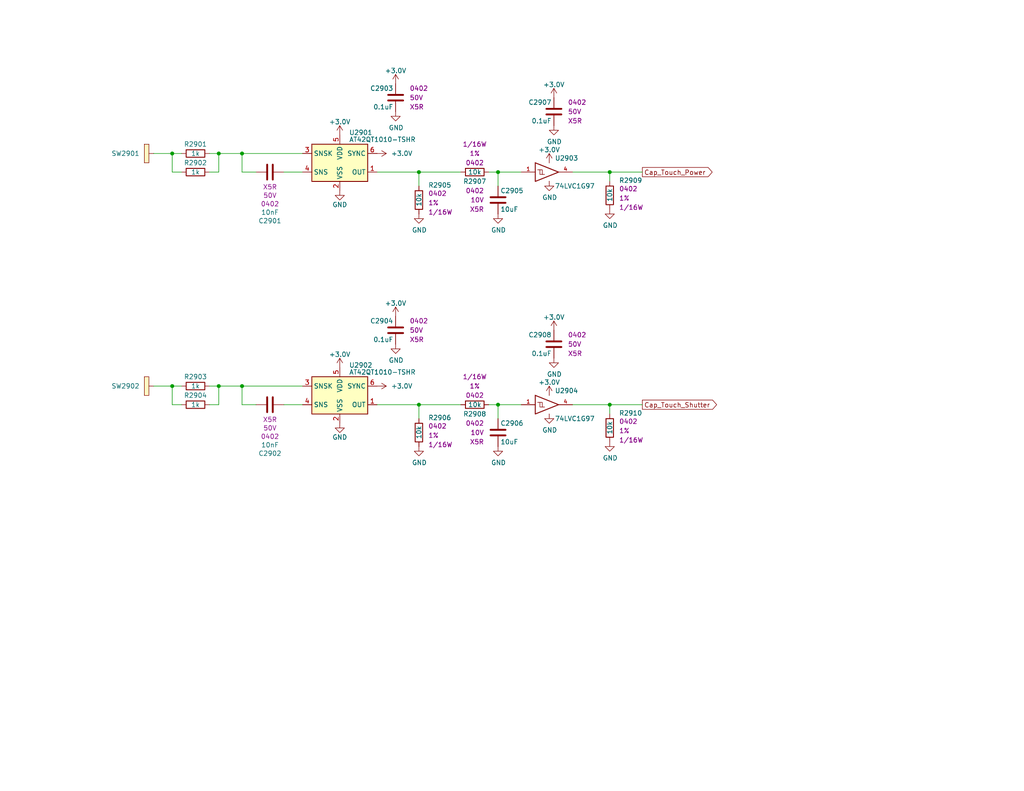
<source format=kicad_sch>
(kicad_sch (version 20231120) (generator "eeschema") (generator_version "8.0")
  (paper "A")
  (title_block (title "Thermal Camera") (date "2024-05-24") (rev "PRELIM") (company "Drew Maatman and Michael Laffin"))
  (lib_symbols
    (symbol "Custom Library:+3.0V" (power) (pin_names (offset 0))
      (property "Value" "+3.0V" (at 0 3.556 0))
      (symbol "+3.0V_0_1"
        (polyline (pts (xy -0.762 1.27) (xy 0 2.54)))
        (polyline (pts (xy 0 0) (xy 0 2.54)))
        (polyline (pts (xy 0 2.54) (xy 0.762 1.27)))
      )
      (symbol "+3.0V_1_1"
        (pin power_in line (at 0 0 90) (length 0) hide (name "+3.0V") (number "1"))
      )
    )
    (symbol "Custom Library:74LVC1G97_Power_BUF" (pin_names (offset 1.016) hide)
      (property "Reference" "U" (at 1.524 3.81 0))
      (property "Value" "74LVC1G97_Power_BUF" (at 1.524 -3.81 0))
      (symbol "74LVC1G97_Power_BUF_1_1"
        (polyline (pts (xy -2.54 0.635) (xy -1.905 0.635) (xy -1.905 -0.635)))
        (polyline (pts (xy -3.81 2.54) (xy -3.81 -2.54) (xy 2.54 0) (xy -3.81 2.54)) (stroke (width 0.254)))
        (polyline (pts (xy -3.175 0.635) (xy -2.54 0.635) (xy -2.54 -0.635) (xy -1.27 -0.635)))
        (pin input line (at -7.62 0 0) (length 3.81) (name "~") (number "1"))
        (pin power_in line (at 0 -2.54 270) (length 0) (name "GND") (number "2"))
        (pin power_in line (at 0 -2.54 270) (length 0) (name "GND") (number "3"))
        (pin output line (at 6.35 0 180) (length 3.81) (name "~") (number "4"))
        (pin power_in line (at 0 2.54 90) (length 0) (name "VCC") (number "5"))
        (pin power_in line (at 0 -2.54 270) (length 0) (name "GND") (number "6"))
      )
    )
    (symbol "Custom_Library:C_Custom" (pin_numbers hide) (pin_names (offset 0.254))
      (property "Reference" "C" (at 0.635 2.54 0))
      (property "Value" "C_Custom" (at 0.635 -2.54 0))
      (property "display_footprint" "Foot" (at -3.81 2.54 0))
      (property "Voltage" "V" (at -3.81 0 0))
      (property "Dielectric" "Er" (at -3.81 -2.54 0))
      (symbol "C_Custom_0_1"
        (polyline (pts (xy -2.032 -0.762) (xy 2.032 -0.762)) (stroke (width 0.508)))
        (polyline (pts (xy -2.032 0.762) (xy 2.032 0.762)) (stroke (width 0.508)))
      )
      (symbol "C_Custom_1_1"
        (pin passive line (at 0 3.81 270) (length 2.794) (name "~") (number "1"))
        (pin passive line (at 0 -3.81 90) (length 2.794) (name "~") (number "2"))
      )
    )
    (symbol "Custom_Library:Cap_Touch" (pin_numbers hide) (pin_names (offset 0) hide)
      (property "Reference" "SW" (at 0 3.81 0))
      (symbol "Cap_Touch_0_1"
        (rectangle (start -2.54 1.27) (end 2.54 2.54) (fill (type background)))
        (polyline (pts (xy 0 0) (xy 0 1.27)))
      )
      (symbol "Cap_Touch_1_1"
        (pin passive line (at 0 0 90) (length 0) (name "TP") (number "1"))
      )
    )
    (symbol "Custom_Library:R_Custom" (pin_numbers hide) (pin_names (offset 1.016) hide)
      (property "Reference" "R" (at -2.54 0 90))
      (property "Value" "R_Custom" (at 0 0 90))
      (property "display_footprint" "Foot" (at 2.54 0 90))
      (property "Tolerance" "Tol" (at 5.08 0 90))
      (property "Wattage" "W" (at 7.62 0 90))
      (symbol "R_Custom_0_1"
        (rectangle (start 1.016 2.54) (end -1.016 -2.54) (stroke (width 0.254)))
      )
      (symbol "R_Custom_1_1"
        (pin passive line (at 0 3.81 270) (length 1.27) (name "1") (number "1"))
        (pin passive line (at 0 -3.81 90) (length 1.27) (name "2") (number "2"))
      )
    )
    (symbol "Sensor_Touch:AT42QT1010-TSHR"
      (property "Reference" "U" (at -2.54 8.255 0))
      (property "Value" "AT42QT1010-TSHR" (at -2.54 6.35 0))
      (symbol "AT42QT1010-TSHR_0_1"
        (rectangle (start -7.62 5.08) (end 7.62 -5.08) (stroke (width 0.254)) (fill (type background)))
      )
      (symbol "AT42QT1010-TSHR_1_1"
        (pin output line (at -10.16 -2.54 0) (length 2.54) (name "OUT") (number "1"))
        (pin power_in line (at 0 -7.62 90) (length 2.54) (name "VSS") (number "2"))
        (pin passive line (at 10.16 2.54 180) (length 2.54) (name "SNSK") (number "3"))
        (pin passive line (at 10.16 -2.54 180) (length 2.54) (name "SNS") (number "4"))
        (pin power_in line (at 0 7.62 270) (length 2.54) (name "VDD") (number "5"))
        (pin input line (at -10.16 2.54 0) (length 2.54) (name "SYNC") (number "6"))
      )
    )
    (symbol "power:GND" (power) (pin_names (offset 0))
      (property "Value" "GND" (at 0 -3.81 0))
      (symbol "GND_0_1"
        (polyline (pts (xy 0 0) (xy 0 -1.27) (xy 1.27 -1.27) (xy 0 -2.54) (xy -1.27 -1.27) (xy 0 -1.27)))
      )
      (symbol "GND_1_1"
        (pin power_in line (at 0 0 270) (length 0) hide (name "GND") (number "1"))
      )
    )
  )
  (junction (at 135.89 110.49))
  (junction (at 114.3 46.99))
  (junction (at 114.3 110.49))
  (junction (at 135.89 46.99))
  (junction (at 66.04 105.41))
  (junction (at 59.69 105.41))
  (junction (at 66.04 41.91))
  (junction (at 59.69 41.91))
  (junction (at 46.99 105.41))
  (junction (at 166.37 110.49))
  (junction (at 46.99 41.91))
  (junction (at 166.37 46.99))
  (wire (pts (xy 46.99 105.41) (xy 46.99 110.49)))
  (wire (pts (xy 135.89 50.8) (xy 135.89 46.99)))
  (wire (pts (xy 69.85 46.99) (xy 66.04 46.99)))
  (wire (pts (xy 166.37 110.49) (xy 156.21 110.49)))
  (wire (pts (xy 166.37 113.03) (xy 166.37 110.49)))
  (wire (pts (xy 166.37 110.49) (xy 175.26 110.49)))
  (wire (pts (xy 59.69 41.91) (xy 66.04 41.91)))
  (wire (pts (xy 66.04 46.99) (xy 66.04 41.91)))
  (wire (pts (xy 46.99 41.91) (xy 46.99 46.99)))
  (wire (pts (xy 41.91 105.41) (xy 46.99 105.41)))
  (wire (pts (xy 57.15 110.49) (xy 59.69 110.49)))
  (wire (pts (xy 114.3 46.99) (xy 102.87 46.99)))
  (wire (pts (xy 142.24 110.49) (xy 135.89 110.49)))
  (wire (pts (xy 46.99 105.41) (xy 49.53 105.41)))
  (wire (pts (xy 114.3 110.49) (xy 102.87 110.49)))
  (wire (pts (xy 69.85 110.49) (xy 66.04 110.49)))
  (wire (pts (xy 49.53 46.99) (xy 46.99 46.99)))
  (wire (pts (xy 57.15 105.41) (xy 59.69 105.41)))
  (wire (pts (xy 77.47 110.49) (xy 82.55 110.49)))
  (wire (pts (xy 114.3 50.8) (xy 114.3 46.99)))
  (wire (pts (xy 135.89 46.99) (xy 133.35 46.99)))
  (wire (pts (xy 77.47 46.99) (xy 82.55 46.99)))
  (wire (pts (xy 114.3 114.3) (xy 114.3 110.49)))
  (wire (pts (xy 59.69 105.41) (xy 66.04 105.41)))
  (wire (pts (xy 66.04 41.91) (xy 82.55 41.91)))
  (wire (pts (xy 166.37 46.99) (xy 175.26 46.99)))
  (wire (pts (xy 66.04 110.49) (xy 66.04 105.41)))
  (wire (pts (xy 142.24 46.99) (xy 135.89 46.99)))
  (wire (pts (xy 135.89 114.3) (xy 135.89 110.49)))
  (wire (pts (xy 135.89 110.49) (xy 133.35 110.49)))
  (wire (pts (xy 125.73 46.99) (xy 114.3 46.99)))
  (wire (pts (xy 59.69 41.91) (xy 59.69 46.99)))
  (wire (pts (xy 125.73 110.49) (xy 114.3 110.49)))
  (wire (pts (xy 59.69 105.41) (xy 59.69 110.49)))
  (wire (pts (xy 66.04 105.41) (xy 82.55 105.41)))
  (wire (pts (xy 46.99 41.91) (xy 49.53 41.91)))
  (wire (pts (xy 166.37 49.53) (xy 166.37 46.99)))
  (wire (pts (xy 41.91 41.91) (xy 46.99 41.91)))
  (wire (pts (xy 57.15 41.91) (xy 59.69 41.91)))
  (wire (pts (xy 57.15 46.99) (xy 59.69 46.99)))
  (wire (pts (xy 49.53 110.49) (xy 46.99 110.49)))
  (wire (pts (xy 166.37 46.99) (xy 156.21 46.99)))
  (global_label "Cap_Touch_Shutter" (shape output) (at 175.26 110.49 0) (property "Intersheetrefs" "${INTERSHEET_REFS}" (effects (hide yes))))
  (global_label "Cap_Touch_Power" (shape output) (at 175.26 46.99 0) (property "Intersheetrefs" "${INTERSHEET_REFS}" (effects (hide yes))))
  (symbol (lib_id "Custom Library:+3.0V") (at 151.13 26.67 0) (unit 1)
    (property "Reference" "#PWR02919" (effects (hide yes)))
    (property "Value" "+3.0V" (at 151.13 23.114 0))
  )
  (symbol (lib_id "Custom_Library:C_Custom") (at 135.89 54.61 0) (unit 1)
    (property "Reference" "C2905" (at 136.525 52.07 0) (effects (justify left)))
    (property "Value" "10uF" (at 136.525 57.15 0) (effects (justify left)))
    (property "Footprint" "Capacitors_SMD:C_0402" (effects (hide yes)))
    (property "Digi-Key PN" "490-GRM155R61A106ME11DCT-ND" (effects (hide yes)))
    (property "display_footprint" "0402" (at 132.08 52.07 0) (effects (justify right)))
    (property "Voltage" "10V" (at 132.08 54.61 0) (effects (justify right)))
    (property "Dielectric" "X5R" (at 132.08 57.15 0) (effects (justify right)))
  )
  (symbol (lib_id "Custom Library:+3.0V") (at 149.86 107.95 0) (unit 1)
    (property "Reference" "#PWR02917" (effects (hide yes)))
    (property "Value" "+3.0V" (at 149.86 104.394 0))
  )
  (symbol (lib_id "power:GND") (at 135.89 121.92 0) (unit 1)
    (property "Reference" "#PWR02914" (effects (hide yes)))
    (property "Value" "GND" (at 136.017 126.3142 0))
  )
  (symbol (lib_id "Sensor_Touch:AT42QT1010-TSHR") (at 92.71 44.45 0) (mirror y) (unit 1)
    (property "Reference" "U2901" (at 95.25 36.195 0) (effects (justify right)))
    (property "Value" "AT42QT1010-TSHR" (at 95.25 38.1 0) (effects (justify right)))
    (property "Footprint" "TO_SOT_Packages_SMD:SOT-23-6" (effects (hide yes)))
    (property "Datasheet" "http://ww1.microchip.com/downloads/en/DeviceDoc/Atmel-9541-AT42-QTouch-BSW-AT42QT1010_Datasheet.pdf" (effects (hide yes)))
    (property "Digi-Key PN" "AT42QT1010-TSHRCT-ND" (effects (hide yes)))
  )
  (symbol (lib_id "power:GND") (at 135.89 58.42 0) (unit 1)
    (property "Reference" "#PWR02913" (effects (hide yes)))
    (property "Value" "GND" (at 136.017 62.8142 0))
  )
  (symbol (lib_id "power:GND") (at 166.37 120.65 0) (unit 1)
    (property "Reference" "#PWR02924" (effects (hide yes)))
    (property "Value" "GND" (at 166.497 125.0442 0))
  )
  (symbol (lib_id "Custom_Library:C_Custom") (at 73.66 110.49 270) (mirror x) (unit 1)
    (property "Reference" "C2902" (at 73.66 123.7996 90))
    (property "Value" "10nF" (at 73.66 121.4882 90))
    (property "Footprint" "Capacitors_SMD:C_0402" (effects (hide yes)))
    (property "Digi-Key PN" "445-12201-1-ND" (effects (hide yes)))
    (property "display_footprint" "0402" (at 73.66 119.1768 90))
    (property "Voltage" "50V" (at 73.66 116.8654 90))
    (property "Dielectric" "X5R" (at 73.66 114.554 90))
  )
  (symbol (lib_id "Custom_Library:R_Custom") (at 53.34 110.49 90) (unit 1)
    (property "Reference" "R2904" (at 53.34 107.95 90))
    (property "Value" "1k" (at 53.34 110.49 90))
    (property "Footprint" "Resistors_SMD:R_0402" (effects (hide yes)))
    (property "display_footprint" "0402" (effects (hide yes)))
    (property "Tolerance" "1%" (effects (hide yes)))
    (property "Wattage" "1/16W" (effects (hide yes)))
  )
  (symbol (lib_id "Custom_Library:R_Custom") (at 53.34 105.41 90) (unit 1)
    (property "Reference" "R2903" (at 53.34 102.87 90))
    (property "Value" "1k" (at 53.34 105.41 90))
    (property "Footprint" "Resistors_SMD:R_0402" (effects (hide yes)))
    (property "display_footprint" "0402" (effects (hide yes)))
    (property "Tolerance" "1%" (effects (hide yes)))
    (property "Wattage" "1/16W" (effects (hide yes)))
  )
  (symbol (lib_id "Custom Library:+3.0V") (at 92.71 100.33 0) (unit 1)
    (property "Reference" "#PWR02903" (effects (hide yes)))
    (property "Value" "+3.0V" (at 92.71 96.774 0))
  )
  (symbol (lib_id "Sensor_Touch:AT42QT1010-TSHR") (at 92.71 107.95 0) (mirror y) (unit 1)
    (property "Reference" "U2902" (at 95.25 99.695 0) (effects (justify right)))
    (property "Value" "AT42QT1010-TSHR" (at 95.25 101.6 0) (effects (justify right)))
    (property "Footprint" "TO_SOT_Packages_SMD:SOT-23-6" (effects (hide yes)))
    (property "Datasheet" "http://ww1.microchip.com/downloads/en/DeviceDoc/Atmel-9541-AT42-QTouch-BSW-AT42QT1010_Datasheet.pdf" (effects (hide yes)))
    (property "Digi-Key PN" "AT42QT1010-TSHRCT-ND" (effects (hide yes)))
  )
  (symbol (lib_id "power:GND") (at 114.3 58.42 0) (unit 1)
    (property "Reference" "#PWR02911" (effects (hide yes)))
    (property "Value" "GND" (at 114.427 62.8142 0))
  )
  (symbol (lib_id "Custom_Library:R_Custom") (at 114.3 54.61 0) (unit 1)
    (property "Reference" "R2905" (at 116.84 50.546 0) (effects (justify left)))
    (property "Value" "10k" (at 114.3 56.388 90) (effects (justify left)))
    (property "Footprint" "Resistors_SMD:R_0402" (effects (hide yes)))
    (property "display_footprint" "0402" (at 116.84 52.832 0) (effects (justify left)))
    (property "Tolerance" "1%" (at 116.84 55.372 0) (effects (justify left)))
    (property "Wattage" "1/16W" (at 116.84 57.912 0) (effects (justify left)))
  )
  (symbol (lib_id "Custom_Library:Cap_Touch") (at 41.91 41.91 90) (mirror x) (unit 1)
    (property "Reference" "SW2901" (at 38.1 41.91 90) (effects (justify left)))
    (property "Value" "Cap_Touch" (effects (hide yes)))
    (property "Footprint" "Custom Footprints Library:Capacitive_Touch_Pad" (effects (hide yes)))
  )
  (symbol (lib_id "Custom Library:+3.0V") (at 149.86 44.45 0) (unit 1)
    (property "Reference" "#PWR02915" (effects (hide yes)))
    (property "Value" "+3.0V" (at 149.86 40.894 0))
  )
  (symbol (lib_id "power:GND") (at 151.13 97.79 0) (unit 1)
    (property "Reference" "#PWR02922" (effects (hide yes)))
    (property "Value" "GND" (at 151.257 102.1842 0))
  )
  (symbol (lib_id "Custom Library:+3.0V") (at 102.87 41.91 270) (unit 1)
    (property "Reference" "#PWR02905" (effects (hide yes)))
    (property "Value" "+3.0V" (at 106.68 41.9099 90) (effects (justify left)))
  )
  (symbol (lib_id "Custom_Library:R_Custom") (at 166.37 116.84 0) (unit 1)
    (property "Reference" "R2910" (at 168.91 112.776 0) (effects (justify left)))
    (property "Value" "10k" (at 166.37 118.618 90) (effects (justify left)))
    (property "Footprint" "Resistors_SMD:R_0402" (effects (hide yes)))
    (property "display_footprint" "0402" (at 168.91 115.062 0) (effects (justify left)))
    (property "Tolerance" "1%" (at 168.91 117.602 0) (effects (justify left)))
    (property "Wattage" "1/16W" (at 168.91 120.142 0) (effects (justify left)))
  )
  (symbol (lib_id "Custom_Library:R_Custom") (at 166.37 53.34 0) (unit 1)
    (property "Reference" "R2909" (at 168.91 49.276 0) (effects (justify left)))
    (property "Value" "10k" (at 166.37 55.118 90) (effects (justify left)))
    (property "Footprint" "Resistors_SMD:R_0402" (effects (hide yes)))
    (property "display_footprint" "0402" (at 168.91 51.562 0) (effects (justify left)))
    (property "Tolerance" "1%" (at 168.91 54.102 0) (effects (justify left)))
    (property "Wattage" "1/16W" (at 168.91 56.642 0) (effects (justify left)))
  )
  (symbol (lib_id "Custom_Library:C_Custom") (at 151.13 93.98 0) (mirror y) (unit 1)
    (property "Reference" "C2908" (at 150.495 91.44 0) (effects (justify left)))
    (property "Value" "0.1uF" (at 150.495 96.52 0) (effects (justify left)))
    (property "Footprint" "Capacitors_SMD:C_0402" (effects (hide yes)))
    (property "Digi-Key PN" "490-10697-1-ND" (effects (hide yes)))
    (property "display_footprint" "0402" (at 154.94 91.44 0) (effects (justify right)))
    (property "Voltage" "50V" (at 154.94 93.98 0) (effects (justify right)))
    (property "Dielectric" "X5R" (at 154.94 96.52 0) (effects (justify right)))
  )
  (symbol (lib_id "Custom_Library:R_Custom") (at 114.3 118.11 0) (unit 1)
    (property "Reference" "R2906" (at 116.84 114.046 0) (effects (justify left)))
    (property "Value" "10k" (at 114.3 119.888 90) (effects (justify left)))
    (property "Footprint" "Resistors_SMD:R_0402" (effects (hide yes)))
    (property "display_footprint" "0402" (at 116.84 116.332 0) (effects (justify left)))
    (property "Tolerance" "1%" (at 116.84 118.872 0) (effects (justify left)))
    (property "Wattage" "1/16W" (at 116.84 121.412 0) (effects (justify left)))
  )
  (symbol (lib_id "Custom_Library:R_Custom") (at 53.34 46.99 90) (unit 1)
    (property "Reference" "R2902" (at 53.34 44.45 90))
    (property "Value" "1k" (at 53.34 46.99 90))
    (property "Footprint" "Resistors_SMD:R_0402" (effects (hide yes)))
    (property "display_footprint" "0402" (effects (hide yes)))
    (property "Tolerance" "1%" (effects (hide yes)))
    (property "Wattage" "1/16W" (effects (hide yes)))
  )
  (symbol (lib_id "power:GND") (at 92.71 115.57 0) (mirror y) (unit 1)
    (property "Reference" "#PWR02904" (effects (hide yes)))
    (property "Value" "GND" (at 92.71 119.38 0))
  )
  (symbol (lib_id "Custom_Library:R_Custom") (at 129.54 46.99 270) (mirror x) (unit 1)
    (property "Reference" "R2907" (at 129.54 49.53 90))
    (property "Value" "10k" (at 129.54 46.99 90))
    (property "Footprint" "Resistors_SMD:R_0402" (effects (hide yes)))
    (property "display_footprint" "0402" (at 129.54 44.45 90))
    (property "Tolerance" "1%" (at 129.54 41.91 90))
    (property "Wattage" "1/16W" (at 129.54 39.37 90))
  )
  (symbol (lib_id "Custom_Library:Cap_Touch") (at 41.91 105.41 90) (mirror x) (unit 1)
    (property "Reference" "SW2902" (at 38.1 105.41 90) (effects (justify left)))
    (property "Value" "Cap_Touch" (effects (hide yes)))
    (property "Footprint" "Custom Footprints Library:Capacitive_Touch_Pad" (effects (hide yes)))
  )
  (symbol (lib_id "Custom Library:+3.0V") (at 107.95 22.86 0) (unit 1)
    (property "Reference" "#PWR02907" (effects (hide yes)))
    (property "Value" "+3.0V" (at 107.95 19.304 0))
  )
  (symbol (lib_id "Custom Library:+3.0V") (at 151.13 90.17 0) (unit 1)
    (property "Reference" "#PWR02921" (effects (hide yes)))
    (property "Value" "+3.0V" (at 151.13 86.614 0))
  )
  (symbol (lib_id "Custom_Library:R_Custom") (at 129.54 110.49 270) (mirror x) (unit 1)
    (property "Reference" "R2908" (at 129.54 113.03 90))
    (property "Value" "10k" (at 129.54 110.49 90))
    (property "Footprint" "Resistors_SMD:R_0402" (effects (hide yes)))
    (property "display_footprint" "0402" (at 129.54 107.95 90))
    (property "Tolerance" "1%" (at 129.54 105.41 90))
    (property "Wattage" "1/16W" (at 129.54 102.87 90))
  )
  (symbol (lib_id "power:GND") (at 107.95 30.48 0) (unit 1)
    (property "Reference" "#PWR02908" (effects (hide yes)))
    (property "Value" "GND" (at 108.077 34.8742 0))
  )
  (symbol (lib_id "Custom Library:+3.0V") (at 92.71 36.83 0) (unit 1)
    (property "Reference" "#PWR02901" (effects (hide yes)))
    (property "Value" "+3.0V" (at 92.71 33.274 0))
  )
  (symbol (lib_id "Custom_Library:C_Custom") (at 151.13 30.48 0) (mirror y) (unit 1)
    (property "Reference" "C2907" (at 150.495 27.94 0) (effects (justify left)))
    (property "Value" "0.1uF" (at 150.495 33.02 0) (effects (justify left)))
    (property "Footprint" "Capacitors_SMD:C_0402" (effects (hide yes)))
    (property "Digi-Key PN" "490-10697-1-ND" (effects (hide yes)))
    (property "display_footprint" "0402" (at 154.94 27.94 0) (effects (justify right)))
    (property "Voltage" "50V" (at 154.94 30.48 0) (effects (justify right)))
    (property "Dielectric" "X5R" (at 154.94 33.02 0) (effects (justify right)))
  )
  (symbol (lib_id "power:GND") (at 114.3 121.92 0) (unit 1)
    (property "Reference" "#PWR02912" (effects (hide yes)))
    (property "Value" "GND" (at 114.427 126.3142 0))
  )
  (symbol (lib_id "Custom Library:+3.0V") (at 102.87 105.41 270) (unit 1)
    (property "Reference" "#PWR02906" (effects (hide yes)))
    (property "Value" "+3.0V" (at 106.68 105.4099 90) (effects (justify left)))
  )
  (symbol (lib_id "power:GND") (at 92.71 52.07 0) (mirror y) (unit 1)
    (property "Reference" "#PWR02902" (effects (hide yes)))
    (property "Value" "GND" (at 92.71 55.88 0))
  )
  (symbol (lib_id "power:GND") (at 151.13 34.29 0) (unit 1)
    (property "Reference" "#PWR02920" (effects (hide yes)))
    (property "Value" "GND" (at 151.257 38.6842 0))
  )
  (symbol (lib_id "power:GND") (at 149.86 49.53 0) (unit 1)
    (property "Reference" "#PWR02916" (effects (hide yes)))
    (property "Value" "GND" (at 149.987 53.9242 0))
  )
  (symbol (lib_id "Custom Library:74LVC1G97_Power_BUF") (at 149.86 46.99 0) (unit 1)
    (property "Reference" "U2903" (at 151.384 43.18 0) (effects (justify left)))
    (property "Value" "74LVC1G97" (at 151.384 50.8 0) (effects (justify left)))
    (property "Footprint" "Package_TO_SOT_SMD:SOT-363_SC-70-6" (effects (hide yes)))
    (property "Datasheet" "http://www.ti.com/lit/ds/symlink/sn74lvc1g97.pdf" (effects (hide yes)))
    (property "Digi-Key PN" "296-15582-1-ND" (effects (hide yes)))
  )
  (symbol (lib_id "power:GND") (at 166.37 57.15 0) (unit 1)
    (property "Reference" "#PWR02923" (effects (hide yes)))
    (property "Value" "GND" (at 166.497 61.5442 0))
  )
  (symbol (lib_id "power:GND") (at 107.95 93.98 0) (unit 1)
    (property "Reference" "#PWR02910" (effects (hide yes)))
    (property "Value" "GND" (at 108.077 98.3742 0))
  )
  (symbol (lib_id "Custom_Library:C_Custom") (at 107.95 90.17 0) (mirror y) (unit 1)
    (property "Reference" "C2904" (at 107.315 87.63 0) (effects (justify left)))
    (property "Value" "0.1uF" (at 107.315 92.71 0) (effects (justify left)))
    (property "Footprint" "Capacitors_SMD:C_0402" (effects (hide yes)))
    (property "Digi-Key PN" "490-10697-1-ND" (effects (hide yes)))
    (property "display_footprint" "0402" (at 111.76 87.63 0) (effects (justify right)))
    (property "Voltage" "50V" (at 111.76 90.17 0) (effects (justify right)))
    (property "Dielectric" "X5R" (at 111.76 92.71 0) (effects (justify right)))
  )
  (symbol (lib_id "Custom_Library:C_Custom") (at 73.66 46.99 270) (mirror x) (unit 1)
    (property "Reference" "C2901" (at 73.66 60.2996 90))
    (property "Value" "10nF" (at 73.66 57.9882 90))
    (property "Footprint" "Capacitors_SMD:C_0402" (effects (hide yes)))
    (property "Digi-Key PN" "445-12201-1-ND" (effects (hide yes)))
    (property "display_footprint" "0402" (at 73.66 55.6768 90))
    (property "Voltage" "50V" (at 73.66 53.3654 90))
    (property "Dielectric" "X5R" (at 73.66 51.054 90))
  )
  (symbol (lib_id "power:GND") (at 149.86 113.03 0) (unit 1)
    (property "Reference" "#PWR02918" (effects (hide yes)))
    (property "Value" "GND" (at 149.987 117.4242 0))
  )
  (symbol (lib_id "Custom_Library:R_Custom") (at 53.34 41.91 90) (unit 1)
    (property "Reference" "R2901" (at 53.34 39.37 90))
    (property "Value" "1k" (at 53.34 41.91 90))
    (property "Footprint" "Resistors_SMD:R_0402" (effects (hide yes)))
    (property "display_footprint" "0402" (effects (hide yes)))
    (property "Tolerance" "1%" (effects (hide yes)))
    (property "Wattage" "1/16W" (effects (hide yes)))
  )
  (symbol (lib_id "Custom Library:+3.0V") (at 107.95 86.36 0) (unit 1)
    (property "Reference" "#PWR02909" (effects (hide yes)))
    (property "Value" "+3.0V" (at 107.95 82.804 0))
  )
  (symbol (lib_id "Custom_Library:C_Custom") (at 135.89 118.11 0) (unit 1)
    (property "Reference" "C2906" (at 136.525 115.57 0) (effects (justify left)))
    (property "Value" "10uF" (at 136.525 120.65 0) (effects (justify left)))
    (property "Footprint" "Capacitors_SMD:C_0402" (effects (hide yes)))
    (property "Digi-Key PN" "490-GRM155R61A106ME11DCT-ND" (effects (hide yes)))
    (property "display_footprint" "0402" (at 132.08 115.57 0) (effects (justify right)))
    (property "Voltage" "10V" (at 132.08 118.11 0) (effects (justify right)))
    (property "Dielectric" "X5R" (at 132.08 120.65 0) (effects (justify right)))
  )
  (symbol (lib_id "Custom_Library:C_Custom") (at 107.95 26.67 0) (mirror y) (unit 1)
    (property "Reference" "C2903" (at 107.315 24.13 0) (effects (justify left)))
    (property "Value" "0.1uF" (at 107.315 29.21 0) (effects (justify left)))
    (property "Footprint" "Capacitors_SMD:C_0402" (effects (hide yes)))
    (property "Digi-Key PN" "490-10697-1-ND" (effects (hide yes)))
    (property "display_footprint" "0402" (at 111.76 24.13 0) (effects (justify right)))
    (property "Voltage" "50V" (at 111.76 26.67 0) (effects (justify right)))
    (property "Dielectric" "X5R" (at 111.76 29.21 0) (effects (justify right)))
  )
  (symbol (lib_id "Custom Library:74LVC1G97_Power_BUF") (at 149.86 110.49 0) (unit 1)
    (property "Reference" "U2904" (at 151.384 106.68 0) (effects (justify left)))
    (property "Value" "74LVC1G97" (at 151.384 114.3 0) (effects (justify left)))
    (property "Footprint" "Package_TO_SOT_SMD:SOT-363_SC-70-6" (effects (hide yes)))
    (property "Datasheet" "http://www.ti.com/lit/ds/symlink/sn74lvc1g97.pdf" (effects (hide yes)))
    (property "Digi-Key PN" "296-15582-1-ND" (effects (hide yes)))
  )
)
</source>
